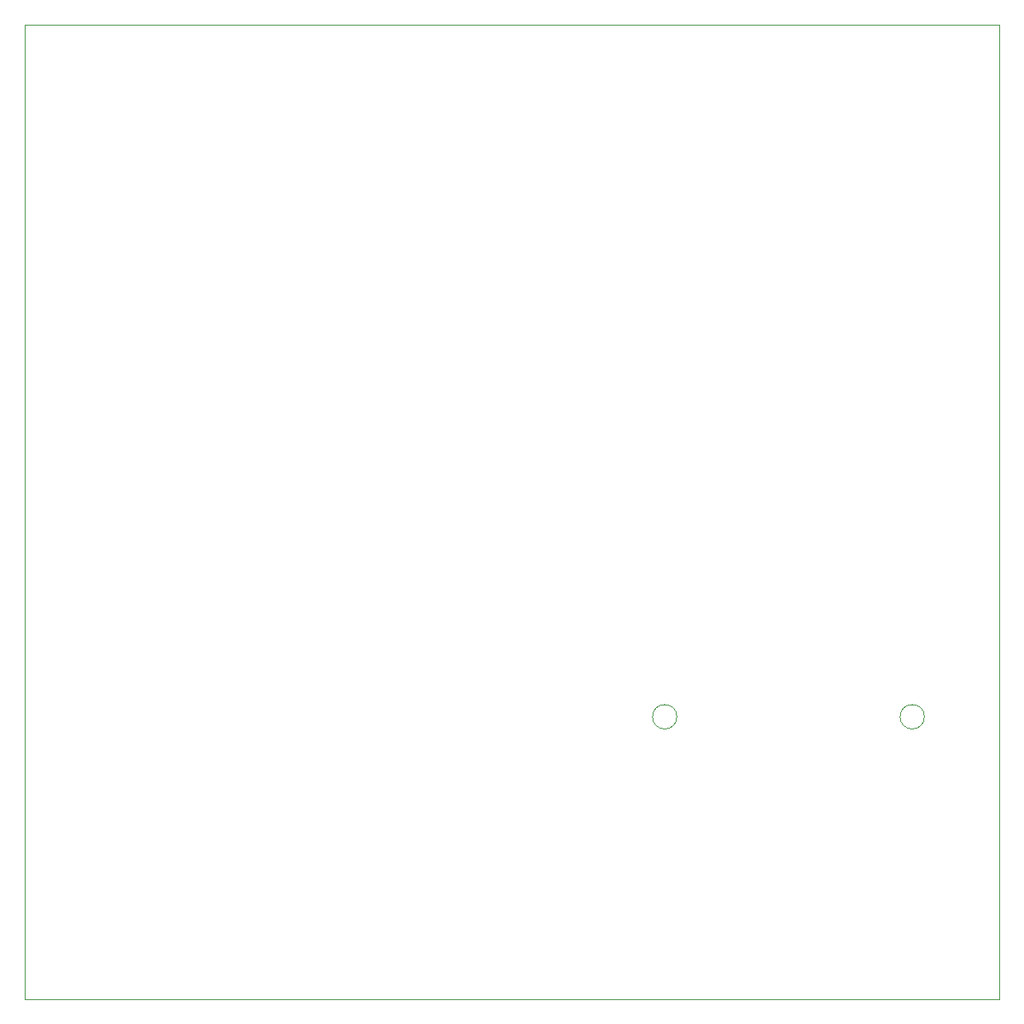
<source format=gm1>
G04 #@! TF.GenerationSoftware,KiCad,Pcbnew,8.0.8*
G04 #@! TF.CreationDate,2025-02-28T08:34:03-05:00*
G04 #@! TF.ProjectId,VWS_SDR,5657535f-5344-4522-9e6b-696361645f70,rev?*
G04 #@! TF.SameCoordinates,Original*
G04 #@! TF.FileFunction,Profile,NP*
%FSLAX46Y46*%
G04 Gerber Fmt 4.6, Leading zero omitted, Abs format (unit mm)*
G04 Created by KiCad (PCBNEW 8.0.8) date 2025-02-28 08:34:03*
%MOMM*%
%LPD*%
G01*
G04 APERTURE LIST*
G04 #@! TA.AperFunction,Profile*
%ADD10C,0.050000*%
G04 #@! TD*
G04 #@! TA.AperFunction,Profile*
%ADD11C,0.120000*%
G04 #@! TD*
G04 APERTURE END LIST*
D10*
X84000000Y-39500000D02*
X184000000Y-39500000D01*
X184000000Y-139500000D01*
X84000000Y-139500000D01*
X84000000Y-39500000D01*
D11*
X150930000Y-110500000D02*
G75*
G02*
X148430000Y-110500000I-1250000J0D01*
G01*
X148430000Y-110500000D02*
G75*
G02*
X150930000Y-110500000I1250000J0D01*
G01*
X176330000Y-110500000D02*
G75*
G02*
X173830000Y-110500000I-1250000J0D01*
G01*
X173830000Y-110500000D02*
G75*
G02*
X176330000Y-110500000I1250000J0D01*
G01*
M02*

</source>
